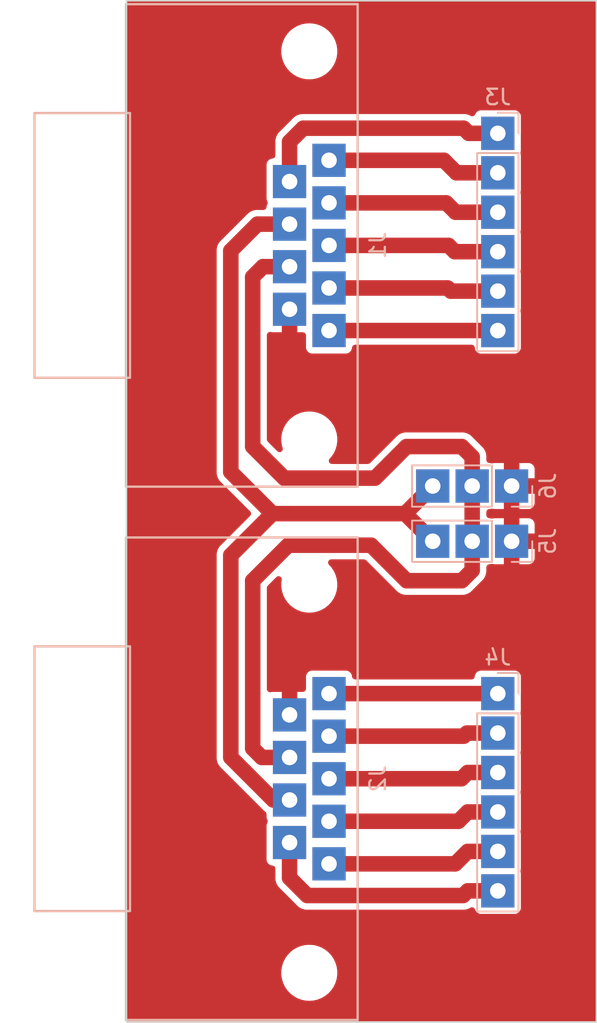
<source format=kicad_pcb>
(kicad_pcb (version 20221018) (generator pcbnew)
  (layers (0 "F.Cu" signal) (31 "B.Cu" signal) (34 "B.Paste" user) (35 "F.Paste" user) (36 "B.SilkS" user "B.Silkscreen") (37 "F.SilkS" user "F.Silkscreen") (38 "B.Mask" user) (39 "F.Mask" user) (44 "Edge.Cuts" user))
  (net 0 "")
  (net 1 "/ADC1")
  (net 2 "/+12V")
  (net 3 "/CUR1")
  (net 4 "/SEL1")
  (net 5 "/-12V")
  (net 6 "GND")
  (net 7 "/CUR2")
  (net 8 "/ADC2")
  (net 9 "/SEL2")
  (net 10 "/ADC3")
  (net 11 "/CUR3")
  (net 12 "/CUR4")
  (net 13 "/SEL3")
  (net 14 "/SEL4")
  (net 15 "/ADC4")
  (footprint "DB-9_Female:DB-9_Female" (layer "B.Cu") (at 0.1 15.75075 -90)
    (fp_text reference "J1" (at 0 -16.0782 90 unlocked) (layer "B.SilkS") (effects (justify mirror)))
    (fp_text value "DB-9_Female")
    (fp_line (start -15.5321 -14.7828) (end 15.5321 -14.7828) (stroke (width 0.1524)) (layer "B.SilkS"))
    (fp_line (start -15.5321 0.127) (end -15.5321 -14.7828) (stroke (width 0.1524)) (layer "B.SilkS"))
    (fp_line (start -8.5217 -0.127) (end 8.5217 -0.127) (stroke (width 0.1524)) (layer "B.SilkS"))
    (fp_line (start -8.5217 6.0198) (end -8.5217 -0.127) (stroke (width 0.1524)) (layer "B.SilkS"))
    (fp_line (start 8.5217 -0.127) (end 8.5217 6.0198) (stroke (width 0.1524)) (layer "B.SilkS"))
    (fp_line (start 8.5217 6.0198) (end -8.5217 6.0198) (stroke (width 0.1524)) (layer "B.SilkS"))
    (fp_line (start 15.5321 -14.7828) (end 15.5321 0.127) (stroke (width 0.1524)) (layer "B.SilkS"))
    (fp_line (start 15.5321 0.127) (end -15.5321 0.127) (stroke (width 0.1524)) (layer "B.SilkS"))
    (pad "" np_thru_hole circle (at -12.495 -11.669999 270) (size 3.0988 3.0988) (drill 3.0988) (layers "*.Cu" "*.Mask"))
    (pad "" np_thru_hole circle (at 12.495 -11.669999 270) (size 3.0988 3.0988) (drill 3.0988) (layers "*.Cu" "*.Mask"))
    (pad "1" thru_hole rect (at 5.479999 -12.94 270) (size 2.14 2.14) (drill 1) (layers "*.Cu" "*.Mask") (net 3 "/CUR1"))
    (pad "2" thru_hole rect (at 2.74 -12.94 270) (size 2.14 2.14) (drill 1) (layers "*.Cu" "*.Mask") (net 7 "/CUR2"))
    (pad "3" thru_hole rect (at 0 -12.94 270) (size 2.14 2.14) (drill 1) (layers "*.Cu" "*.Mask") (net 4 "/SEL1"))
    (pad "4" thru_hole rect (at -2.74 -12.94 270) (size 2.14 2.14) (drill 1) (layers "*.Cu" "*.Mask") (net 9 "/SEL2"))
    (pad "5" thru_hole rect (at -5.479999 -12.94 270) (size 2.14 2.14) (drill 1) (layers "*.Cu" "*.Mask") (net 8 "/ADC2"))
    (pad "6" thru_hole rect (at 4.109999 -10.4 270) (size 2.14 2.14) (drill 1) (layers "*.Cu" "*.Mask") (net 6 "GND"))
    (pad "7" thru_hole rect (at 1.37 -10.4 270) (size 2.14 2.14) (drill 1) (layers "*.Cu" "*.Mask") (net 5 "/-12V"))
    (pad "8" thru_hole rect (at -1.37 -10.4 270) (size 2.14 2.14) (drill 1) (layers "*.Cu" "*.Mask") (net 2 "/+12V"))
    (pad "9" thru_hole rect (at -4.109999 -10.4 270) (size 2.14 2.14) (drill 1) (layers "*.Cu" "*.Mask") (net 1 "/ADC1"))
  )
  (footprint "DB-9_Female:DB-9_Female" (layer "B.Cu") (at 0.1 50.087 -90)
    (fp_text reference "J2" (at 0 -16.0782 90 unlocked) (layer "B.SilkS") (effects (justify mirror)))
    (fp_text value "DB-9_Female")
    (fp_line (start -15.5321 -14.7828) (end 15.5321 -14.7828) (stroke (width 0.1524)) (layer "B.SilkS"))
    (fp_line (start -15.5321 0.127) (end -15.5321 -14.7828) (stroke (width 0.1524)) (layer "B.SilkS"))
    (fp_line (start -8.5217 -0.127) (end 8.5217 -0.127) (stroke (width 0.1524)) (layer "B.SilkS"))
    (fp_line (start -8.5217 6.0198) (end -8.5217 -0.127) (stroke (width 0.1524)) (layer "B.SilkS"))
    (fp_line (start 8.5217 -0.127) (end 8.5217 6.0198) (stroke (width 0.1524)) (layer "B.SilkS"))
    (fp_line (start 8.5217 6.0198) (end -8.5217 6.0198) (stroke (width 0.1524)) (layer "B.SilkS"))
    (fp_line (start 15.5321 -14.7828) (end 15.5321 0.127) (stroke (width 0.1524)) (layer "B.SilkS"))
    (fp_line (start 15.5321 0.127) (end -15.5321 0.127) (stroke (width 0.1524)) (layer "B.SilkS"))
    (pad "" np_thru_hole circle (at -12.495 -11.669999 270) (size 3.0988 3.0988) (drill 3.0988) (layers "*.Cu" "*.Mask"))
    (pad "" np_thru_hole circle (at 12.495 -11.669999 270) (size 3.0988 3.0988) (drill 3.0988) (layers "F&B.Cu" "*.Mask"))
    (pad "1" thru_hole rect (at 5.479999 -12.94 270) (size 2.14 2.14) (drill 1) (layers "*.Cu" "*.Mask") (net 10 "/ADC3"))
    (pad "2" thru_hole rect (at 2.74 -12.94 270) (size 2.14 2.14) (drill 1) (layers "*.Cu" "*.Mask") (net 11 "/CUR3"))
    (pad "3" thru_hole rect (at 0 -12.94 270) (size 2.14 2.14) (drill 1) (layers "*.Cu" "*.Mask") (net 12 "/CUR4"))
    (pad "4" thru_hole rect (at -2.74 -12.94 270) (size 2.14 2.14) (drill 1) (layers "*.Cu" "*.Mask") (net 13 "/SEL3"))
    (pad "5" thru_hole rect (at -5.479999 -12.94 270) (size 2.14 2.14) (drill 1) (layers "*.Cu" "*.Mask") (net 14 "/SEL4"))
    (pad "6" thru_hole rect (at 4.109999 -10.4 270) (size 2.14 2.14) (drill 1) (layers "*.Cu" "*.Mask") (net 15 "/ADC4"))
    (pad "7" thru_hole rect (at 1.37 -10.4 270) (size 2.14 2.14) (drill 1) (layers "*.Cu" "*.Mask") (net 2 "/+12V"))
    (pad "8" thru_hole rect (at -1.37 -10.4 270) (size 2.14 2.14) (drill 1) (layers "*.Cu" "*.Mask") (net 5 "/-12V"))
    (pad "9" thru_hole rect (at -4.109999 -10.4 270) (size 2.14 2.14) (drill 1) (layers "*.Cu" "*.Mask") (net 6 "GND"))
  )
  (footprint "Connector_PinHeader_2.54mm:PinHeader_1x06_P2.54mm_Vertical" (layer "B.Cu") (at 23.905751 8.5344 180)
    (fp_text reference "J3" (at 0 2.33) (layer "B.SilkS") (effects (justify mirror)))
    (fp_text value "Conn_01x06")
    (fp_line (start -1.33 -14.03) (end 1.33 -14.03) (stroke (width 0.12)) (layer "B.SilkS"))
    (fp_line (start -1.33 -1.27) (end -1.33 -14.03) (stroke (width 0.12)) (layer "B.SilkS"))
    (fp_line (start -1.33 -1.27) (end 1.33 -1.27) (stroke (width 0.12)) (layer "B.SilkS"))
    (fp_line (start -1.33 0) (end -1.33 1.33) (stroke (width 0.12)) (layer "B.SilkS"))
    (fp_line (start -1.33 1.33) (end 0 1.33) (stroke (width 0.12)) (layer "B.SilkS"))
    (fp_line (start 1.33 -1.27) (end 1.33 -14.03) (stroke (width 0.12)) (layer "B.SilkS"))
    (pad "1" thru_hole rect (at 0 0 180) (size 2.14 2.14) (drill 1) (layers "*.Cu" "*.Mask") (net 1 "/ADC1"))
    (pad "2" thru_hole rect (at 0 -2.54 180) (size 2.14 2.14) (drill 1) (layers "*.Cu" "*.Mask") (net 8 "/ADC2"))
    (pad "3" thru_hole rect (at 0 -5.08 180) (size 2.14 2.14) (drill 1) (layers "*.Cu" "*.Mask") (net 9 "/SEL2"))
    (pad "4" thru_hole rect (at 0 -7.62 180) (size 2.14 2.14) (drill 1) (layers "*.Cu" "*.Mask") (net 4 "/SEL1"))
    (pad "5" thru_hole rect (at 0 -10.16 180) (size 2.14 2.14) (drill 1) (layers "*.Cu" "*.Mask") (net 7 "/CUR2"))
    (pad "6" thru_hole rect (at 0 -12.7 180) (size 2.14 2.14) (drill 1) (layers "*.Cu" "*.Mask") (net 3 "/CUR1"))
  )
  (footprint "Connector_PinHeader_2.54mm:PinHeader_1x06_P2.54mm_Vertical" (layer "B.Cu") (at 23.905751 44.607001 180)
    (fp_text reference "J4" (at 0 2.33) (layer "B.SilkS") (effects (justify mirror)))
    (fp_text value "Conn_01x06")
    (fp_line (start -1.33 -14.03) (end 1.33 -14.03) (stroke (width 0.12)) (layer "B.SilkS"))
    (fp_line (start -1.33 -1.27) (end -1.33 -14.03) (stroke (width 0.12)) (layer "B.SilkS"))
    (fp_line (start -1.33 -1.27) (end 1.33 -1.27) (stroke (width 0.12)) (layer "B.SilkS"))
    (fp_line (start -1.33 0) (end -1.33 1.33) (stroke (width 0.12)) (layer "B.SilkS"))
    (fp_line (start -1.33 1.33) (end 0 1.33) (stroke (width 0.12)) (layer "B.SilkS"))
    (fp_line (start 1.33 -1.27) (end 1.33 -14.03) (stroke (width 0.12)) (layer "B.SilkS"))
    (pad "1" thru_hole rect (at 0 0 180) (size 2.14 2.14) (drill 1) (layers "*.Cu" "*.Mask") (net 14 "/SEL4"))
    (pad "2" thru_hole rect (at 0 -2.54 180) (size 2.14 2.14) (drill 1) (layers "*.Cu" "*.Mask") (net 13 "/SEL3"))
    (pad "3" thru_hole rect (at 0 -5.08 180) (size 2.14 2.14) (drill 1) (layers "*.Cu" "*.Mask") (net 12 "/CUR4"))
    (pad "4" thru_hole rect (at 0 -7.62 180) (size 2.14 2.14) (drill 1) (layers "*.Cu" "*.Mask") (net 11 "/CUR3"))
    (pad "5" thru_hole rect (at 0 -10.16 180) (size 2.14 2.14) (drill 1) (layers "*.Cu" "*.Mask") (net 10 "/ADC3"))
    (pad "6" thru_hole rect (at 0 -12.7 180) (size 2.14 2.14) (drill 1) (layers "*.Cu" "*.Mask") (net 15 "/ADC4"))
  )
  (footprint "Connector_PinHeader_2.54mm:PinHeader_1x03_P2.54mm_Vertical" (layer "B.Cu") (at 24.794751 31.242 90)
    (fp_text reference "J6" (at 0 2.33 90) (layer "B.SilkS") (effects (justify mirror)))
    (fp_text value "Conn_01x03")
    (fp_line (start -1.33 -6.41) (end 1.33 -6.41) (stroke (width 0.12)) (layer "B.SilkS"))
    (fp_line (start -1.33 -1.27) (end -1.33 -6.41) (stroke (width 0.12)) (layer "B.SilkS"))
    (fp_line (start -1.33 -1.27) (end 1.33 -1.27) (stroke (width 0.12)) (layer "B.SilkS"))
    (fp_line (start -1.33 0) (end -1.33 1.33) (stroke (width 0.12)) (layer "B.SilkS"))
    (fp_line (start -1.33 1.33) (end 0 1.33) (stroke (width 0.12)) (layer "B.SilkS"))
    (fp_line (start 1.33 -1.27) (end 1.33 -6.41) (stroke (width 0.12)) (layer "B.SilkS"))
    (pad "1" thru_hole rect (at 0 0 90) (size 2.14 2.14) (drill 1) (layers "*.Cu" "*.Mask") (net 6 "GND"))
    (pad "2" thru_hole rect (at 0 -2.54 90) (size 2.14 2.14) (drill 1) (layers "*.Cu" "*.Mask") (net 5 "/-12V"))
    (pad "3" thru_hole rect (at 0 -5.08 90) (size 2.14 2.14) (drill 1) (layers "*.Cu" "*.Mask") (net 2 "/+12V"))
  )
  (footprint "Connector_PinHeader_2.54mm:PinHeader_1x03_P2.54mm_Vertical" (layer "B.Cu") (at 24.794751 34.798 90)
    (fp_text reference "J5" (at 0 2.33 90) (layer "B.SilkS") (effects (justify mirror)))
    (fp_text value "Conn_01x03")
    (fp_line (start -1.33 -6.41) (end 1.33 -6.41) (stroke (width 0.12)) (layer "B.SilkS"))
    (fp_line (start -1.33 -1.27) (end -1.33 -6.41) (stroke (width 0.12)) (layer "B.SilkS"))
    (fp_line (start -1.33 -1.27) (end 1.33 -1.27) (stroke (width 0.12)) (layer "B.SilkS"))
    (fp_line (start -1.33 0) (end -1.33 1.33) (stroke (width 0.12)) (layer "B.SilkS"))
    (fp_line (start -1.33 1.33) (end 0 1.33) (stroke (width 0.12)) (layer "B.SilkS"))
    (fp_line (start 1.33 -1.27) (end 1.33 -6.41) (stroke (width 0.12)) (layer "B.SilkS"))
    (pad "1" thru_hole rect (at 0 0 90) (size 2.14 2.14) (drill 1) (layers "*.Cu" "*.Mask") (net 6 "GND"))
    (pad "2" thru_hole rect (at 0 -2.54 90) (size 2.14 2.14) (drill 1) (layers "*.Cu" "*.Mask") (net 5 "/-12V"))
    (pad "3" thru_hole rect (at 0 -5.08 90) (size 2.14 2.14) (drill 1) (layers "*.Cu" "*.Mask") (net 2 "/+12V"))
  )
  (gr_rect (start 0 0) (end 30.25 65.75) (stroke (width 0.1)) (fill none) (layer "Edge.Cuts"))
  (segment (start 22.0344 8.5344) (end 23.905751 8.5344) (width 1) (layer "F.Cu") (net 1))
  (segment (start 11.376552 8.2042) (end 21.7042 8.2042) (width 1) (layer "F.Cu") (net 1))
  (segment (start 10.5 11.640751) (end 10.5 9.080752) (width 1) (layer "F.Cu") (net 1))
  (segment (start 21.7042 8.2042) (end 22.0344 8.5344) (width 1) (layer "F.Cu") (net 1))
  (segment (start 10.5 9.080752) (end 11.376552 8.2042) (width 1) (layer "F.Cu") (net 1))
  (segment (start 6.718 30.34) (end 9.398 33.02) (width 1) (layer "F.Cu") (net 2))
  (segment (start 10.538998 33.02) (end 17.936751 33.02) (width 1) (layer "F.Cu") (net 2))
  (segment (start 9.457959 51.457) (end 6.718 48.717041) (width 1) (layer "F.Cu") (net 2))
  (segment (start 19.714751 34.798) (end 17.936751 33.02) (width 1) (layer "F.Cu") (net 2))
  (segment (start 6.718 48.717041) (end 6.718 35.7) (width 1) (layer "F.Cu") (net 2))
  (segment (start 8.43 14.38075) (end 6.718 16.09275) (width 1) (layer "F.Cu") (net 2))
  (segment (start 10.5 51.457) (end 9.457959 51.457) (width 1) (layer "F.Cu") (net 2))
  (segment (start 6.718 35.7) (end 9.398 33.02) (width 1) (layer "F.Cu") (net 2))
  (segment (start 9.398 33.02) (end 10.538998 33.02) (width 1) (layer "F.Cu") (net 2))
  (segment (start 6.718 16.09275) (end 6.718 30.34) (width 1) (layer "F.Cu") (net 2))
  (segment (start 17.936751 33.02) (end 19.714751 31.242) (width 1) (layer "F.Cu") (net 2))
  (segment (start 10.5 14.38075) (end 8.43 14.38075) (width 1) (layer "F.Cu") (net 2))
  (segment (start 23.9021 21.230749) (end 23.905751 21.2344) (width 1) (layer "F.Cu") (net 3))
  (segment (start 13.04 21.230749) (end 23.9021 21.230749) (width 1) (layer "F.Cu") (net 3))
  (segment (start 13.04 15.75075) (end 20.733501 15.75075) (width 1) (layer "F.Cu") (net 4))
  (segment (start 21.137151 16.1544) (end 23.905751 16.1544) (width 1) (layer "F.Cu") (net 4))
  (segment (start 20.733501 15.75075) (end 21.137151 16.1544) (width 1) (layer "F.Cu") (net 4))
  (segment (start 22.254751 34.798) (end 22.254751 36.673249) (width 1) (layer "F.Cu") (net 5))
  (segment (start 22.254751 34.798) (end 22.254751 31.242) (width 1) (layer "F.Cu") (net 5))
  (segment (start 8.712 48.717) (end 10.5 48.717) (width 1) (layer "F.Cu") (net 5))
  (segment (start 22.254751 29.366751) (end 21.59 28.702) (width 1) (layer "F.Cu") (net 5))
  (segment (start 8.128 28.702) (end 8.128 17.78) (width 1) (layer "F.Cu") (net 5))
  (segment (start 16.002 30.734) (end 10.16 30.734) (width 1) (layer "F.Cu") (net 5))
  (segment (start 18.034 37.338) (end 15.748 35.052) (width 1) (layer "F.Cu") (net 5))
  (segment (start 8.78725 17.12075) (end 10.5 17.12075) (width 1) (layer "F.Cu") (net 5))
  (segment (start 18.034 28.702) (end 16.002 30.734) (width 1) (layer "F.Cu") (net 5))
  (segment (start 10.16 30.734) (end 8.128 28.702) (width 1) (layer "F.Cu") (net 5))
  (segment (start 21.59 37.338) (end 18.034 37.338) (width 1) (layer "F.Cu") (net 5))
  (segment (start 8.128 17.78) (end 8.78725 17.12075) (width 1) (layer "F.Cu") (net 5))
  (segment (start 8.128 48.133) (end 8.712 48.717) (width 1) (layer "F.Cu") (net 5))
  (segment (start 22.254751 31.242) (end 22.254751 29.366751) (width 1) (layer "F.Cu") (net 5))
  (segment (start 21.59 28.702) (end 18.034 28.702) (width 1) (layer "F.Cu") (net 5))
  (segment (start 15.748 35.052) (end 10.414 35.052) (width 1) (layer "F.Cu") (net 5))
  (segment (start 10.414 35.052) (end 8.128 37.338) (width 1) (layer "F.Cu") (net 5))
  (segment (start 8.128 37.338) (end 8.128 48.133) (width 1) (layer "F.Cu") (net 5))
  (segment (start 22.254751 36.673249) (end 21.59 37.338) (width 1) (layer "F.Cu") (net 5))
  (segment (start 20.679501 18.49075) (end 20.883151 18.6944) (width 1) (layer "F.Cu") (net 7))
  (segment (start 13.04 18.49075) (end 20.679501 18.49075) (width 1) (layer "F.Cu") (net 7))
  (segment (start 20.883151 18.6944) (end 23.905751 18.6944) (width 1) (layer "F.Cu") (net 7))
  (segment (start 20.435102 10.270751) (end 21.238751 11.0744) (width 1) (layer "F.Cu") (net 8))
  (segment (start 13.04 10.270751) (end 20.435102 10.270751) (width 1) (layer "F.Cu") (net 8))
  (segment (start 21.238751 11.0744) (end 23.905751 11.0744) (width 1) (layer "F.Cu") (net 8))
  (segment (start 13.04 13.01075) (end 20.584301 13.01075) (width 1) (layer "F.Cu") (net 9))
  (segment (start 21.187951 13.6144) (end 23.905751 13.6144) (width 1) (layer "F.Cu") (net 9))
  (segment (start 20.584301 13.01075) (end 21.187951 13.6144) (width 1) (layer "F.Cu") (net 9))
  (segment (start 13.04 55.566999) (end 21.168801 55.566999) (width 1) (layer "F.Cu") (net 10))
  (segment (start 21.968799 54.767001) (end 23.905751 54.767001) (width 1) (layer "F.Cu") (net 10))
  (segment (start 21.168801 55.566999) (end 21.968799 54.767001) (width 1) (layer "F.Cu") (net 10))
  (segment (start 21.3688 52.827) (end 21.968799 52.227001) (width 1) (layer "F.Cu") (net 11))
  (segment (start 13.04 52.827) (end 21.3688 52.827) (width 1) (layer "F.Cu") (net 11))
  (segment (start 21.968799 52.227001) (end 23.905751 52.227001) (width 1) (layer "F.Cu") (net 11))
  (segment (start 21.968799 49.687001) (end 23.905751 49.687001) (width 1) (layer "F.Cu") (net 12))
  (segment (start 21.5688 50.087) (end 21.968799 49.687001) (width 1) (layer "F.Cu") (net 12))
  (segment (start 13.04 50.087) (end 21.5688 50.087) (width 1) (layer "F.Cu") (net 12))
  (segment (start 21.917999 47.147001) (end 23.905751 47.147001) (width 1) (layer "F.Cu") (net 13))
  (segment (start 21.718 47.347) (end 21.917999 47.147001) (width 1) (layer "F.Cu") (net 13))
  (segment (start 13.04 47.347) (end 21.718 47.347) (width 1) (layer "F.Cu") (net 13))
  (segment (start 13.04 44.607001) (end 23.905751 44.607001) (width 1) (layer "F.Cu") (net 14))
  (segment (start 21.66915 57.60665) (end 11.63615 57.60665) (width 1) (layer "F.Cu") (net 15))
  (segment (start 11.63615 57.60665) (end 10.5 56.4705) (width 1) (layer "F.Cu") (net 15))
  (segment (start 23.905751 57.307001) (end 21.968799 57.307001) (width 1) (layer "F.Cu") (net 15))
  (segment (start 10.5 56.4705) (end 10.5 54.196999) (width 1) (layer "F.Cu") (net 15))
  (segment (start 21.968799 57.307001) (end 21.66915 57.60665) (width 1) (layer "F.Cu") (net 15))
  (zone (net 6) (net_name "GND") (layer "F.Cu") (connect_pads (clearance 0.41)) (min_thickness 0.41) (fill yes (thermal_gap 0.41) (thermal_bridge_width 1))
    (polygon (pts (xy 0 0) (xy 0 65.75) (xy 30.25 65.75) (xy 30.25 0)))
  )
)
</source>
